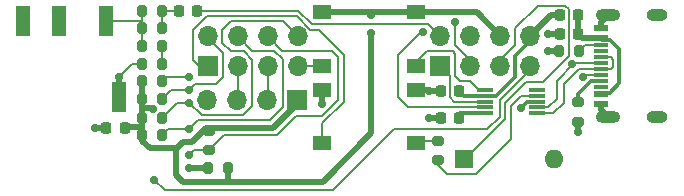
<source format=gtl>
%TF.GenerationSoftware,KiCad,Pcbnew,7.0.1*%
%TF.CreationDate,2023-07-08T21:15:04-04:00*%
%TF.ProjectId,cdm324_exp,63646d33-3234-45f6-9578-702e6b696361,rev?*%
%TF.SameCoordinates,Original*%
%TF.FileFunction,Copper,L1,Top*%
%TF.FilePolarity,Positive*%
%FSLAX46Y46*%
G04 Gerber Fmt 4.6, Leading zero omitted, Abs format (unit mm)*
G04 Created by KiCad (PCBNEW 7.0.1) date 2023-07-08 21:15:04*
%MOMM*%
%LPD*%
G01*
G04 APERTURE LIST*
G04 Aperture macros list*
%AMRoundRect*
0 Rectangle with rounded corners*
0 $1 Rounding radius*
0 $2 $3 $4 $5 $6 $7 $8 $9 X,Y pos of 4 corners*
0 Add a 4 corners polygon primitive as box body*
4,1,4,$2,$3,$4,$5,$6,$7,$8,$9,$2,$3,0*
0 Add four circle primitives for the rounded corners*
1,1,$1+$1,$2,$3*
1,1,$1+$1,$4,$5*
1,1,$1+$1,$6,$7*
1,1,$1+$1,$8,$9*
0 Add four rect primitives between the rounded corners*
20,1,$1+$1,$2,$3,$4,$5,0*
20,1,$1+$1,$4,$5,$6,$7,0*
20,1,$1+$1,$6,$7,$8,$9,0*
20,1,$1+$1,$8,$9,$2,$3,0*%
G04 Aperture macros list end*
%TA.AperFunction,ComponentPad*%
%ADD10R,1.700000X1.700000*%
%TD*%
%TA.AperFunction,ComponentPad*%
%ADD11O,1.700000X1.700000*%
%TD*%
%TA.AperFunction,SMDPad,CuDef*%
%ADD12R,1.400000X0.300000*%
%TD*%
%TA.AperFunction,SMDPad,CuDef*%
%ADD13RoundRect,0.200000X-0.275000X0.200000X-0.275000X-0.200000X0.275000X-0.200000X0.275000X0.200000X0*%
%TD*%
%TA.AperFunction,SMDPad,CuDef*%
%ADD14RoundRect,0.218750X0.218750X0.256250X-0.218750X0.256250X-0.218750X-0.256250X0.218750X-0.256250X0*%
%TD*%
%TA.AperFunction,SMDPad,CuDef*%
%ADD15RoundRect,0.200000X-0.200000X-0.275000X0.200000X-0.275000X0.200000X0.275000X-0.200000X0.275000X0*%
%TD*%
%TA.AperFunction,SMDPad,CuDef*%
%ADD16RoundRect,0.225000X0.225000X0.250000X-0.225000X0.250000X-0.225000X-0.250000X0.225000X-0.250000X0*%
%TD*%
%TA.AperFunction,SMDPad,CuDef*%
%ADD17R,1.200000X2.500000*%
%TD*%
%TA.AperFunction,SMDPad,CuDef*%
%ADD18R,1.550000X1.300000*%
%TD*%
%TA.AperFunction,SMDPad,CuDef*%
%ADD19RoundRect,0.200000X0.200000X0.275000X-0.200000X0.275000X-0.200000X-0.275000X0.200000X-0.275000X0*%
%TD*%
%TA.AperFunction,SMDPad,CuDef*%
%ADD20RoundRect,0.225000X-0.225000X-0.250000X0.225000X-0.250000X0.225000X0.250000X-0.225000X0.250000X0*%
%TD*%
%TA.AperFunction,SMDPad,CuDef*%
%ADD21RoundRect,0.200000X0.275000X-0.200000X0.275000X0.200000X-0.275000X0.200000X-0.275000X-0.200000X0*%
%TD*%
%TA.AperFunction,ComponentPad*%
%ADD22R,1.600000X1.600000*%
%TD*%
%TA.AperFunction,ComponentPad*%
%ADD23O,1.600000X1.600000*%
%TD*%
%TA.AperFunction,SMDPad,CuDef*%
%ADD24R,1.240000X0.600000*%
%TD*%
%TA.AperFunction,SMDPad,CuDef*%
%ADD25R,1.240000X0.300000*%
%TD*%
%TA.AperFunction,ComponentPad*%
%ADD26O,2.100000X1.000000*%
%TD*%
%TA.AperFunction,ComponentPad*%
%ADD27O,1.800000X1.000000*%
%TD*%
%TA.AperFunction,ViaPad*%
%ADD28C,0.700000*%
%TD*%
%TA.AperFunction,Conductor*%
%ADD29C,0.200000*%
%TD*%
%TA.AperFunction,Conductor*%
%ADD30C,0.500000*%
%TD*%
%TA.AperFunction,Conductor*%
%ADD31C,0.300000*%
%TD*%
G04 APERTURE END LIST*
D10*
%TO.P,J6,1,Pin_1*%
%TO.N,+3V3*%
X107600000Y-102900000D03*
D11*
%TO.P,J6,2,Pin_2*%
%TO.N,/I2C_SDA*%
X105060000Y-102900000D03*
%TO.P,J6,3,Pin_3*%
%TO.N,/I2C_SCL*%
X102520000Y-102900000D03*
%TO.P,J6,4,Pin_4*%
%TO.N,GND*%
X99980000Y-102900000D03*
%TD*%
D12*
%TO.P,U1,1,UD+*%
%TO.N,Net-(U1-UD+)*%
X127900000Y-104000000D03*
%TO.P,U1,2,UD-*%
%TO.N,Net-(U1-UD-)*%
X127900000Y-103500000D03*
%TO.P,U1,3,GND*%
%TO.N,GND*%
X127900000Y-103000000D03*
%TO.P,U1,4,~{RTS}*%
%TO.N,Net-(U1-~{RTS})*%
X127900000Y-102500000D03*
%TO.P,U1,5,~{CTS}*%
%TO.N,unconnected-(U1-~{CTS}-Pad5)*%
X127900000Y-102000000D03*
%TO.P,U1,6,TNOW*%
%TO.N,/BOOT0*%
X123500000Y-102000000D03*
%TO.P,U1,7,VCC*%
%TO.N,VCC*%
X123500000Y-102500000D03*
%TO.P,U1,8,TXD*%
%TO.N,/UART_RX*%
X123500000Y-103000000D03*
%TO.P,U1,9,RXD*%
%TO.N,/UART_TX*%
X123500000Y-103500000D03*
%TO.P,U1,10,V3*%
%TO.N,Net-(U1-V3)*%
X123500000Y-104000000D03*
%TD*%
D13*
%TO.P,R2,1*%
%TO.N,Net-(J3-CC1)*%
X131350000Y-103075000D03*
%TO.P,R2,2*%
%TO.N,GND*%
X131350000Y-104725000D03*
%TD*%
D14*
%TO.P,FB1,1*%
%TO.N,Net-(C2-Pad1)*%
X131387500Y-95700000D03*
%TO.P,FB1,2*%
%TO.N,VCC*%
X129812500Y-95700000D03*
%TD*%
D15*
%TO.P,R4,1*%
%TO.N,Net-(J7-PadT)*%
X94450000Y-96800000D03*
%TO.P,R4,2*%
%TO.N,Net-(C4-Pad1)*%
X96100000Y-96800000D03*
%TD*%
D16*
%TO.P,C3,1*%
%TO.N,VCC*%
X121275000Y-102100000D03*
%TO.P,C3,2*%
%TO.N,GND*%
X119725000Y-102100000D03*
%TD*%
D17*
%TO.P,J7,R1*%
%TO.N,unconnected-(J7-PadR1)*%
X87405000Y-96150000D03*
%TO.P,J7,R2*%
%TO.N,unconnected-(J7-PadR2)*%
X84405000Y-96150000D03*
%TO.P,J7,S*%
%TO.N,GND*%
X92505000Y-102650000D03*
%TO.P,J7,T*%
%TO.N,Net-(J7-PadT)*%
X91405000Y-96150000D03*
%TD*%
D15*
%TO.P,R5,1*%
%TO.N,Net-(J7-PadT)*%
X94475000Y-95300000D03*
%TO.P,R5,2*%
%TO.N,Net-(C4-Pad1)*%
X96125000Y-95300000D03*
%TD*%
%TO.P,R11,1*%
%TO.N,+3V3*%
X94475000Y-105850000D03*
%TO.P,R11,2*%
%TO.N,/SPI_SCK*%
X96125000Y-105850000D03*
%TD*%
%TO.P,R9,1*%
%TO.N,+3V3*%
X94475000Y-102800000D03*
%TO.P,R9,2*%
%TO.N,/SPI_nCS*%
X96125000Y-102800000D03*
%TD*%
D13*
%TO.P,R12,1*%
%TO.N,+3V3*%
X100150000Y-105475000D03*
%TO.P,R12,2*%
%TO.N,/SPI_MISO*%
X100150000Y-107125000D03*
%TD*%
D15*
%TO.P,R8,1*%
%TO.N,+3V3*%
X94475000Y-101300000D03*
%TO.P,R8,2*%
%TO.N,Net-(J5-DAT2)*%
X96125000Y-101300000D03*
%TD*%
D18*
%TO.P,SW2,1,1*%
%TO.N,/BOOT0*%
X117675000Y-99950000D03*
X109725000Y-99950000D03*
%TO.P,SW2,2,2*%
%TO.N,+3V3*%
X117675000Y-95450000D03*
X109725000Y-95450000D03*
%TD*%
D15*
%TO.P,R10,2*%
%TO.N,/SPI_MOSI*%
X96125000Y-104350000D03*
%TO.P,R10,1*%
%TO.N,+3V3*%
X94475000Y-104350000D03*
%TD*%
D19*
%TO.P,R13,1*%
%TO.N,+3V3*%
X101725000Y-108600000D03*
%TO.P,R13,2*%
%TO.N,Net-(J5-DAT1)*%
X100075000Y-108600000D03*
%TD*%
D16*
%TO.P,C1,1*%
%TO.N,Net-(U1-V3)*%
X121275000Y-104350000D03*
%TO.P,C1,2*%
%TO.N,GND*%
X119725000Y-104350000D03*
%TD*%
D18*
%TO.P,SW1,1,1*%
%TO.N,/nRESET*%
X117675000Y-106550000D03*
X109725000Y-106550000D03*
%TO.P,SW1,2,2*%
%TO.N,GND*%
X117675000Y-102050000D03*
X109725000Y-102050000D03*
%TD*%
D20*
%TO.P,C4,1*%
%TO.N,Net-(C4-Pad1)*%
X97575000Y-95300000D03*
%TO.P,C4,2*%
%TO.N,/VOUT*%
X99125000Y-95300000D03*
%TD*%
D21*
%TO.P,R1,1*%
%TO.N,Net-(U1-~{RTS})*%
X119500000Y-107975000D03*
%TO.P,R1,2*%
%TO.N,/nRESET*%
X119500000Y-106325000D03*
%TD*%
D22*
%TO.P,SW3,1*%
%TO.N,/PA1*%
X121682500Y-107850000D03*
D23*
%TO.P,SW3,2*%
%TO.N,GND*%
X129302500Y-107850000D03*
%TD*%
D16*
%TO.P,C2,1*%
%TO.N,Net-(C2-Pad1)*%
X131375000Y-97250000D03*
%TO.P,C2,2*%
%TO.N,GND*%
X129825000Y-97250000D03*
%TD*%
D15*
%TO.P,R7,1*%
%TO.N,GND*%
X94475000Y-99800000D03*
%TO.P,R7,2*%
%TO.N,Net-(R6-Pad1)*%
X96125000Y-99800000D03*
%TD*%
D19*
%TO.P,R3,1*%
%TO.N,Net-(J3-CC2)*%
X131425000Y-98750000D03*
%TO.P,R3,2*%
%TO.N,GND*%
X129775000Y-98750000D03*
%TD*%
D24*
%TO.P,J3,A1,GND*%
%TO.N,GND*%
X133275000Y-103200000D03*
%TO.P,J3,A4,VBUS*%
%TO.N,Net-(C2-Pad1)*%
X133275000Y-102400000D03*
D25*
%TO.P,J3,A5,CC1*%
%TO.N,Net-(J3-CC1)*%
X133275000Y-101250000D03*
%TO.P,J3,A6,D+*%
%TO.N,Net-(U1-UD+)*%
X133275000Y-100250000D03*
%TO.P,J3,A7,D-*%
%TO.N,Net-(U1-UD-)*%
X133275000Y-99750000D03*
%TO.P,J3,A8,SBU1*%
%TO.N,unconnected-(J3-SBU1-PadA8)*%
X133275000Y-98750000D03*
D24*
%TO.P,J3,A9,VBUS*%
%TO.N,Net-(C2-Pad1)*%
X133275000Y-97600000D03*
%TO.P,J3,A12,GND*%
%TO.N,GND*%
X133275000Y-96800000D03*
%TO.P,J3,B1,GND*%
X133275000Y-96800000D03*
%TO.P,J3,B4,VBUS*%
%TO.N,Net-(C2-Pad1)*%
X133275000Y-97600000D03*
D25*
%TO.P,J3,B5,CC2*%
%TO.N,Net-(J3-CC2)*%
X133275000Y-98250000D03*
%TO.P,J3,B6,D+*%
%TO.N,Net-(U1-UD+)*%
X133275000Y-99250000D03*
%TO.P,J3,B7,D-*%
%TO.N,Net-(U1-UD-)*%
X133275000Y-100750000D03*
%TO.P,J3,B8,SBU2*%
%TO.N,unconnected-(J3-SBU2-PadB8)*%
X133275000Y-101750000D03*
D24*
%TO.P,J3,B9,VBUS*%
%TO.N,Net-(C2-Pad1)*%
X133275000Y-102400000D03*
%TO.P,J3,B12,GND*%
%TO.N,GND*%
X133275000Y-103200000D03*
D26*
%TO.P,J3,S1,SHIELD*%
X133875000Y-104320000D03*
D27*
X138075000Y-104320000D03*
D26*
X133875000Y-95680000D03*
D27*
X138075000Y-95680000D03*
%TD*%
D19*
%TO.P,R6,1*%
%TO.N,Net-(R6-Pad1)*%
X96125000Y-98300000D03*
%TO.P,R6,2*%
%TO.N,Net-(J7-PadT)*%
X94475000Y-98300000D03*
%TD*%
D16*
%TO.P,C5,2*%
%TO.N,GND*%
X91425000Y-105200000D03*
%TO.P,C5,1*%
%TO.N,+3V3*%
X92975000Y-105200000D03*
%TD*%
D10*
%TO.P,J2,1,Pin_1*%
%TO.N,/UART_RX*%
X119700000Y-100000000D03*
D11*
%TO.P,J2,2,Pin_2*%
%TO.N,/VOUT*%
X119700000Y-97460000D03*
%TO.P,J2,3,Pin_3*%
%TO.N,/UART_TX*%
X122240000Y-100000000D03*
%TO.P,J2,4,Pin_4*%
%TO.N,GND*%
X122240000Y-97460000D03*
%TO.P,J2,5,Pin_5*%
%TO.N,/PA1*%
X124780000Y-100000000D03*
%TO.P,J2,6,Pin_6*%
%TO.N,+3V3*%
X124780000Y-97460000D03*
%TO.P,J2,7,Pin_7*%
%TO.N,/PA0*%
X127320000Y-100000000D03*
%TO.P,J2,8,Pin_8*%
%TO.N,VCC*%
X127320000Y-97460000D03*
%TD*%
D10*
%TO.P,J1,1,Pin_1*%
%TO.N,/nRESET*%
X100000000Y-100000000D03*
D11*
%TO.P,J1,2,Pin_2*%
%TO.N,/SPI_nCS*%
X100000000Y-97460000D03*
%TO.P,J1,3,Pin_3*%
%TO.N,/I2C_SCL*%
X102540000Y-100000000D03*
%TO.P,J1,4,Pin_4*%
%TO.N,/SPI_SCK*%
X102540000Y-97460000D03*
%TO.P,J1,5,Pin_5*%
%TO.N,/I2C_SDA*%
X105080000Y-100000000D03*
%TO.P,J1,6,Pin_6*%
%TO.N,/SPI_MISO*%
X105080000Y-97460000D03*
%TO.P,J1,7,Pin_7*%
%TO.N,/BOOT0*%
X107620000Y-100000000D03*
%TO.P,J1,8,Pin_8*%
%TO.N,/SPI_MOSI*%
X107620000Y-97460000D03*
%TD*%
D28*
%TO.N,GND*%
X90450000Y-105200000D03*
%TO.N,+3V3*%
X95347164Y-103597657D03*
%TO.N,Net-(J5-DAT2)*%
X98450000Y-100900000D03*
%TO.N,/SPI_nCS*%
X98450000Y-102000000D03*
%TO.N,/SPI_MOSI*%
X98450000Y-103100000D03*
%TO.N,/SPI_SCK*%
X98450000Y-105300000D03*
%TO.N,GND*%
X109700000Y-103200000D03*
X92480000Y-100900000D03*
X128850000Y-98750000D03*
X118750000Y-102100000D03*
X128850000Y-97250000D03*
X131350000Y-105600000D03*
X126500000Y-103550000D03*
X118750000Y-104350000D03*
%TO.N,+3V3*%
X113850000Y-97200000D03*
X113850000Y-95700000D03*
%TO.N,/SPI_MISO*%
X98450000Y-107500000D03*
%TO.N,/UART_TX*%
X118200000Y-97099500D03*
X120950000Y-96249500D03*
%TO.N,/PA0*%
X95500000Y-109600000D03*
%TO.N,Net-(U1-UD-)*%
X130850000Y-99850000D03*
X131750000Y-100950000D03*
%TO.N,Net-(J5-DAT1)*%
X98450000Y-108600000D03*
%TD*%
D29*
%TO.N,/SPI_MISO*%
X101425000Y-105850000D02*
X100150000Y-107125000D01*
X105850000Y-105850000D02*
X101425000Y-105850000D01*
X107450000Y-104250000D02*
X105850000Y-105850000D01*
X110525000Y-98700000D02*
X111050000Y-99225000D01*
X111050000Y-99225000D02*
X111050000Y-102850000D01*
X106320000Y-98700000D02*
X110525000Y-98700000D01*
X111050000Y-102850000D02*
X109650000Y-104250000D01*
X109650000Y-104250000D02*
X107450000Y-104250000D01*
X105080000Y-97460000D02*
X106320000Y-98700000D01*
%TO.N,Net-(J7-PadT)*%
X94450000Y-96000000D02*
X94450000Y-96150000D01*
X94450000Y-96150000D02*
X91405000Y-96150000D01*
D30*
%TO.N,+3V3*%
X105575000Y-105200000D02*
X99900000Y-105200000D01*
X99900000Y-105200000D02*
X98700000Y-106400000D01*
X98700000Y-106400000D02*
X97950000Y-106400000D01*
X107600000Y-103175000D02*
X105575000Y-105200000D01*
X97950000Y-106400000D02*
X97575000Y-106775000D01*
X107600000Y-102900000D02*
X107600000Y-103175000D01*
X101725000Y-108600000D02*
X101725000Y-109775000D01*
X101725000Y-109775000D02*
X101750000Y-109800000D01*
X101750000Y-109800000D02*
X109750000Y-109800000D01*
X97900000Y-109800000D02*
X101750000Y-109800000D01*
%TO.N,Net-(J5-DAT1)*%
X100075000Y-108600000D02*
X98450000Y-108600000D01*
D29*
%TO.N,/SPI_MISO*%
X98825000Y-107125000D02*
X98450000Y-107500000D01*
X100150000Y-107125000D02*
X98825000Y-107125000D01*
%TO.N,/SPI_MOSI*%
X99500000Y-104150000D02*
X98450000Y-103100000D01*
X103000000Y-104150000D02*
X99500000Y-104150000D01*
X103800000Y-103350000D02*
X103000000Y-104150000D01*
X103050000Y-98750000D02*
X103800000Y-99500000D01*
X102000000Y-98750000D02*
X103050000Y-98750000D01*
X101250000Y-96950000D02*
X101250000Y-98000000D01*
X103800000Y-99500000D02*
X103800000Y-103350000D01*
X102000000Y-96200000D02*
X101250000Y-96950000D01*
X101250000Y-98000000D02*
X102000000Y-98750000D01*
X106360000Y-96200000D02*
X102000000Y-96200000D01*
X107620000Y-97460000D02*
X106360000Y-96200000D01*
D30*
%TO.N,+3V3*%
X94475000Y-106325000D02*
X94475000Y-105150000D01*
X95100000Y-106950000D02*
X94475000Y-106325000D01*
X97400000Y-106950000D02*
X95100000Y-106950000D01*
X97575000Y-106775000D02*
X97400000Y-106950000D01*
%TO.N,GND*%
X91425000Y-105200000D02*
X90450000Y-105200000D01*
%TO.N,+3V3*%
X94475000Y-105150000D02*
X93025000Y-105150000D01*
X94475000Y-105150000D02*
X94475000Y-104350000D01*
X93025000Y-105150000D02*
X92975000Y-105200000D01*
X95299507Y-103550000D02*
X95347164Y-103597657D01*
X94475000Y-103550000D02*
X95299507Y-103550000D01*
X94475000Y-103550000D02*
X94475000Y-101300000D01*
X94475000Y-104350000D02*
X94475000Y-103550000D01*
X97575000Y-106775000D02*
X97300000Y-107050000D01*
D29*
%TO.N,/SPI_SCK*%
X96675000Y-105300000D02*
X96125000Y-105850000D01*
X98450000Y-105300000D02*
X96675000Y-105300000D01*
%TO.N,/SPI_MOSI*%
X98450000Y-103100000D02*
X97375000Y-103100000D01*
X97375000Y-103100000D02*
X96125000Y-104350000D01*
%TO.N,/SPI_nCS*%
X96925000Y-102000000D02*
X96125000Y-102800000D01*
X98450000Y-102000000D02*
X96925000Y-102000000D01*
%TO.N,Net-(J5-DAT2)*%
X96525000Y-100900000D02*
X96125000Y-101300000D01*
X98450000Y-100900000D02*
X96525000Y-100900000D01*
%TO.N,/SPI_nCS*%
X100750000Y-101500000D02*
X98950000Y-101500000D01*
X98950000Y-101500000D02*
X98450000Y-102000000D01*
X101300000Y-98900000D02*
X101300000Y-100950000D01*
X100000000Y-97600000D02*
X101300000Y-98900000D01*
X101300000Y-100950000D02*
X100750000Y-101500000D01*
X100000000Y-97460000D02*
X100000000Y-97600000D01*
%TO.N,/SPI_SCK*%
X99150000Y-104600000D02*
X98450000Y-105300000D01*
X100450000Y-104600000D02*
X99150000Y-104600000D01*
X100450000Y-104600000D02*
X99850000Y-104600000D01*
X105250000Y-104600000D02*
X100450000Y-104600000D01*
D31*
%TO.N,Net-(U1-V3)*%
X121850000Y-104000000D02*
X121625000Y-104000000D01*
X121850000Y-104000000D02*
X121375000Y-104000000D01*
X123500000Y-104000000D02*
X121850000Y-104000000D01*
X121625000Y-104000000D02*
X121275000Y-104350000D01*
%TO.N,GND*%
X127050000Y-103000000D02*
X126500000Y-103550000D01*
D30*
X129825000Y-97250000D02*
X128850000Y-97250000D01*
X92755000Y-102900000D02*
X92505000Y-102650000D01*
X92505000Y-100925000D02*
X92480000Y-100900000D01*
X118700000Y-102050000D02*
X118750000Y-102100000D01*
X133275000Y-96800000D02*
X133275000Y-96280000D01*
X131350000Y-105600000D02*
X131350000Y-104725000D01*
X117675000Y-102050000D02*
X118700000Y-102050000D01*
D29*
X94475000Y-99800000D02*
X93580000Y-99800000D01*
D30*
X133275000Y-96280000D02*
X133875000Y-95680000D01*
X129775000Y-98750000D02*
X128850000Y-98750000D01*
D31*
X127900000Y-103000000D02*
X127050000Y-103000000D01*
D30*
X133275000Y-103200000D02*
X133275000Y-103720000D01*
X92505000Y-102650000D02*
X92505000Y-100925000D01*
X119725000Y-104350000D02*
X118750000Y-104350000D01*
D29*
X93580000Y-99800000D02*
X92480000Y-100900000D01*
D30*
X109725000Y-102050000D02*
X109725000Y-103175000D01*
X119725000Y-102100000D02*
X118750000Y-102100000D01*
X109725000Y-103175000D02*
X109700000Y-103200000D01*
X133275000Y-103720000D02*
X133875000Y-104320000D01*
D31*
%TO.N,Net-(C2-Pad1)*%
X133275000Y-102400000D02*
X133425000Y-102250000D01*
D30*
X131725000Y-97600000D02*
X131375000Y-97250000D01*
D31*
X133425000Y-97750000D02*
X133275000Y-97600000D01*
D30*
X131387500Y-97237500D02*
X131375000Y-97250000D01*
D31*
X134850000Y-101445000D02*
X134850000Y-98555000D01*
X134850000Y-98555000D02*
X134045000Y-97750000D01*
X133425000Y-102250000D02*
X134045000Y-102250000D01*
X134045000Y-97750000D02*
X133425000Y-97750000D01*
D30*
X133275000Y-97600000D02*
X131725000Y-97600000D01*
D31*
X134045000Y-102250000D02*
X134850000Y-101445000D01*
D30*
X131387500Y-95700000D02*
X131387500Y-97237500D01*
D31*
%TO.N,VCC*%
X127320000Y-97830000D02*
X127320000Y-97460000D01*
X124450000Y-102500000D02*
X126050000Y-100900000D01*
X121675000Y-102500000D02*
X121275000Y-102100000D01*
X123500000Y-102500000D02*
X124450000Y-102500000D01*
X126050000Y-99100000D02*
X127320000Y-97830000D01*
D30*
X129080000Y-95700000D02*
X127320000Y-97460000D01*
D31*
X126050000Y-100900000D02*
X126050000Y-99100000D01*
X123500000Y-102500000D02*
X121675000Y-102500000D01*
D30*
X129812500Y-95700000D02*
X129080000Y-95700000D01*
D29*
%TO.N,Net-(C4-Pad1)*%
X96125000Y-96775000D02*
X96100000Y-96800000D01*
X97575000Y-95300000D02*
X96125000Y-95300000D01*
X96125000Y-95300000D02*
X96125000Y-96775000D01*
%TO.N,/VOUT*%
X99375000Y-95300000D02*
X99250000Y-95300000D01*
X108815686Y-96450000D02*
X107665686Y-95300000D01*
X118690000Y-96450000D02*
X108815686Y-96450000D01*
X107665686Y-95300000D02*
X99125000Y-95300000D01*
X119700000Y-97460000D02*
X118690000Y-96450000D01*
D30*
%TO.N,+3V3*%
X97300000Y-107050000D02*
X97300000Y-109200000D01*
X122770000Y-95450000D02*
X124780000Y-97460000D01*
X109725000Y-95450000D02*
X117675000Y-95450000D01*
X97300000Y-109200000D02*
X97900000Y-109800000D01*
X109750000Y-109800000D02*
X113850000Y-105700000D01*
X117675000Y-95450000D02*
X122770000Y-95450000D01*
X113850000Y-105700000D02*
X113850000Y-97200000D01*
D29*
%TO.N,/SPI_nCS*%
X96125000Y-102800000D02*
X96050000Y-102800000D01*
X96125000Y-102775000D02*
X96125000Y-102800000D01*
%TO.N,/nRESET*%
X111550000Y-99050000D02*
X109400000Y-96900000D01*
X111550000Y-103000000D02*
X111550000Y-99050000D01*
X98750000Y-99450000D02*
X99300000Y-100000000D01*
X109725000Y-104825000D02*
X111550000Y-103000000D01*
X107550000Y-95750000D02*
X99950000Y-95750000D01*
X109400000Y-96900000D02*
X108700000Y-96900000D01*
X108700000Y-96900000D02*
X107550000Y-95750000D01*
X117900000Y-106325000D02*
X117675000Y-106550000D01*
X99950000Y-95750000D02*
X98750000Y-96950000D01*
X119500000Y-106325000D02*
X117900000Y-106325000D01*
X98750000Y-96950000D02*
X98750000Y-99450000D01*
X109725000Y-106550000D02*
X109725000Y-104825000D01*
X99300000Y-100000000D02*
X100000000Y-100000000D01*
%TO.N,/SPI_SCK*%
X102540000Y-97460000D02*
X103780000Y-98700000D01*
X106350000Y-103500000D02*
X105250000Y-104600000D01*
X103780000Y-98700000D02*
X105650000Y-98700000D01*
X105650000Y-98700000D02*
X106350000Y-99400000D01*
X106350000Y-99400000D02*
X106350000Y-103500000D01*
%TO.N,/I2C_SCL*%
X102540000Y-100000000D02*
X102540000Y-102880000D01*
X102540000Y-102880000D02*
X102520000Y-102900000D01*
%TO.N,/I2C_SDA*%
X105080000Y-102880000D02*
X105060000Y-102900000D01*
X105080000Y-100000000D02*
X105080000Y-102880000D01*
%TO.N,/SPI_MOSI*%
X107620000Y-97460000D02*
X107730000Y-97350000D01*
X96125000Y-104350000D02*
X96125000Y-104125000D01*
X96100000Y-104350000D02*
X96125000Y-104350000D01*
%TO.N,/BOOT0*%
X123500000Y-102000000D02*
X123000000Y-102000000D01*
X122250000Y-101250000D02*
X121350000Y-101250000D01*
X107670000Y-99950000D02*
X107620000Y-100000000D01*
X109725000Y-99950000D02*
X107670000Y-99950000D01*
X123000000Y-102000000D02*
X122250000Y-101250000D01*
X121350000Y-101250000D02*
X120950000Y-100850000D01*
X120750000Y-98750000D02*
X118550000Y-98750000D01*
X120950000Y-98950000D02*
X120750000Y-98750000D01*
X120950000Y-100850000D02*
X120950000Y-98950000D01*
X117675000Y-99625000D02*
X117675000Y-99950000D01*
X118550000Y-98750000D02*
X117675000Y-99625000D01*
%TO.N,/UART_RX*%
X120500000Y-102650000D02*
X120500000Y-100800000D01*
X120850000Y-103000000D02*
X120500000Y-102650000D01*
X120500000Y-100800000D02*
X119700000Y-100000000D01*
X123500000Y-103000000D02*
X120850000Y-103000000D01*
%TO.N,/UART_TX*%
X123500000Y-103500000D02*
X116950000Y-103500000D01*
X118200000Y-96950000D02*
X118200000Y-97099500D01*
X116100000Y-99050000D02*
X118200000Y-96950000D01*
X122240000Y-99490000D02*
X122240000Y-100000000D01*
X116100000Y-102650000D02*
X116100000Y-99050000D01*
X116950000Y-103500000D02*
X116100000Y-102650000D01*
X120950000Y-96249500D02*
X120950000Y-98200000D01*
X120950000Y-98200000D02*
X122240000Y-99490000D01*
X122850000Y-100000000D02*
X122240000Y-100000000D01*
%TO.N,/PA1*%
X128400000Y-101350000D02*
X127000000Y-101350000D01*
X125200000Y-103150000D02*
X125200000Y-104500000D01*
X125200000Y-104500000D02*
X121800000Y-107900000D01*
X126050000Y-98250000D02*
X126050000Y-96800000D01*
X130600000Y-95200000D02*
X130600000Y-99150000D01*
X126050000Y-96800000D02*
X127950000Y-94900000D01*
X121800000Y-107900000D02*
X121682500Y-107900000D01*
X124780000Y-99520000D02*
X126050000Y-98250000D01*
X130300000Y-94900000D02*
X130600000Y-95200000D01*
X127000000Y-101350000D02*
X125200000Y-103150000D01*
X124780000Y-100000000D02*
X124780000Y-99520000D01*
X127950000Y-94900000D02*
X130300000Y-94900000D01*
X130600000Y-99150000D02*
X128400000Y-101350000D01*
%TO.N,/PA0*%
X95500000Y-109600000D02*
X96400000Y-110500000D01*
X124750000Y-104300000D02*
X124750000Y-102900000D01*
X123700000Y-105350000D02*
X124750000Y-104300000D01*
X110650000Y-110500000D02*
X115800000Y-105350000D01*
X115800000Y-105350000D02*
X123700000Y-105350000D01*
X124750000Y-102900000D02*
X127320000Y-100330000D01*
X127320000Y-100330000D02*
X127320000Y-100000000D01*
X96400000Y-110500000D02*
X110650000Y-110500000D01*
%TO.N,Net-(U1-UD+)*%
X129250000Y-104000000D02*
X130150000Y-103100000D01*
X134145000Y-99250000D02*
X134350000Y-99455000D01*
X133275000Y-99250000D02*
X134145000Y-99250000D01*
X134350000Y-100045000D02*
X134145000Y-100250000D01*
X134145000Y-100250000D02*
X133275000Y-100250000D01*
X131450000Y-100250000D02*
X133275000Y-100250000D01*
X130150000Y-103100000D02*
X130150000Y-101550000D01*
X130150000Y-101550000D02*
X131450000Y-100250000D01*
X134350000Y-99455000D02*
X134350000Y-100045000D01*
X127900000Y-104000000D02*
X129250000Y-104000000D01*
D31*
%TO.N,Net-(J3-CC1)*%
X132500000Y-101250000D02*
X131350000Y-102400000D01*
X133275000Y-101250000D02*
X132500000Y-101250000D01*
X131350000Y-102400000D02*
X131350000Y-103075000D01*
D29*
%TO.N,Net-(U1-UD-)*%
X131950000Y-100750000D02*
X131750000Y-100950000D01*
X133275000Y-100750000D02*
X131950000Y-100750000D01*
X129550000Y-102800000D02*
X128850000Y-103500000D01*
X131050000Y-99750000D02*
X129550000Y-101250000D01*
X129550000Y-101250000D02*
X129550000Y-102800000D01*
X128850000Y-103500000D02*
X127900000Y-103500000D01*
X133275000Y-99750000D02*
X131050000Y-99750000D01*
%TO.N,Net-(J3-CC2)*%
X133275000Y-98250000D02*
X131925000Y-98250000D01*
X131925000Y-98250000D02*
X131425000Y-98750000D01*
%TO.N,Net-(U1-~{RTS})*%
X127900000Y-102500000D02*
X126550000Y-102500000D01*
X125650000Y-103400000D02*
X125650000Y-106200000D01*
X119500000Y-108400000D02*
X119500000Y-107975000D01*
X125650000Y-106200000D02*
X122700000Y-109150000D01*
X120250000Y-109150000D02*
X119500000Y-108400000D01*
X126550000Y-102500000D02*
X125650000Y-103400000D01*
X122700000Y-109150000D02*
X120250000Y-109150000D01*
%TO.N,Net-(R6-Pad1)*%
X96125000Y-98300000D02*
X96125000Y-99800000D01*
%TO.N,Net-(J5-DAT2)*%
X96125000Y-101300000D02*
X96050000Y-101300000D01*
%TO.N,Net-(J5-DAT1)*%
X98475000Y-108625000D02*
X98450000Y-108600000D01*
%TO.N,Net-(J7-PadT)*%
X94450000Y-96800000D02*
X94450000Y-96000000D01*
X94450000Y-96800000D02*
X94450000Y-98275000D01*
X90930000Y-96150000D02*
X91405000Y-96150000D01*
X94450000Y-98275000D02*
X94475000Y-98300000D01*
X94450000Y-95325000D02*
X94475000Y-95300000D01*
X94450000Y-96000000D02*
X94450000Y-95325000D01*
%TD*%
M02*

</source>
